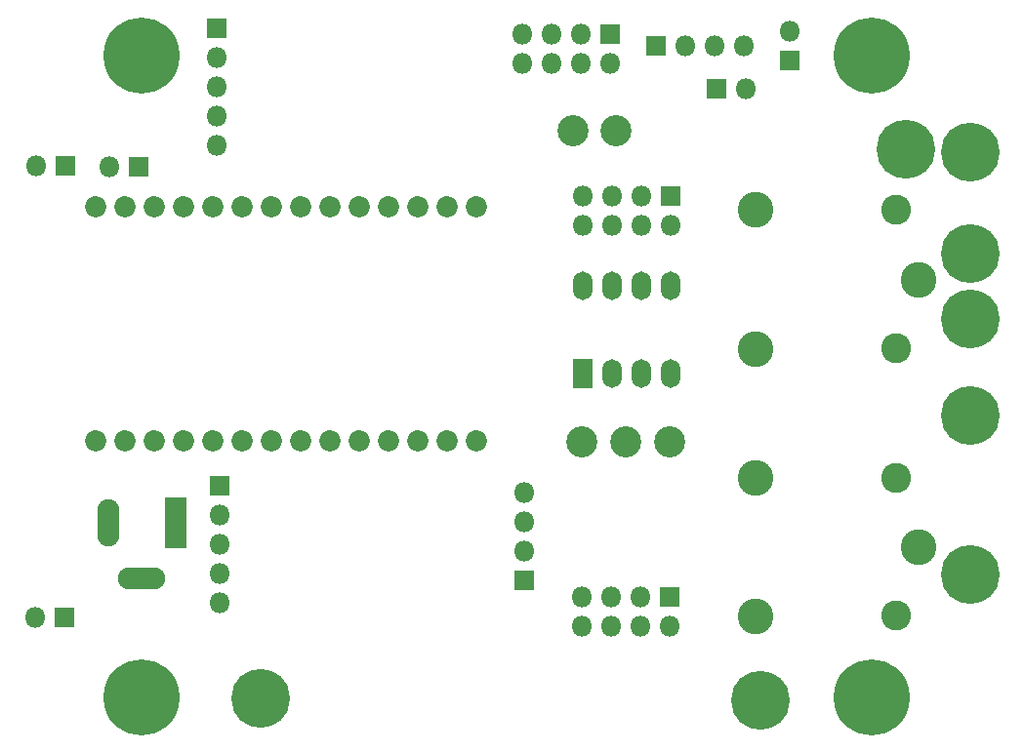
<source format=gbs>
%TF.GenerationSoftware,KiCad,Pcbnew,(5.1.6-0-10_14)*%
%TF.CreationDate,2022-11-25T22:13:13-06:00*%
%TF.ProjectId,mn_wild_siren,6d6e5f77-696c-4645-9f73-6972656e2e6b,rev?*%
%TF.SameCoordinates,Original*%
%TF.FileFunction,Soldermask,Bot*%
%TF.FilePolarity,Negative*%
%FSLAX46Y46*%
G04 Gerber Fmt 4.6, Leading zero omitted, Abs format (unit mm)*
G04 Created by KiCad (PCBNEW (5.1.6-0-10_14)) date 2022-11-25 22:13:13*
%MOMM*%
%LPD*%
G01*
G04 APERTURE LIST*
%ADD10C,2.700000*%
%ADD11C,5.100000*%
%ADD12O,1.800000X1.800000*%
%ADD13R,1.800000X1.800000*%
%ADD14C,3.100000*%
%ADD15C,2.600000*%
%ADD16O,1.700000X2.500000*%
%ADD17R,1.700000X2.500000*%
%ADD18R,1.900000X4.500000*%
%ADD19O,1.900000X4.100000*%
%ADD20O,4.100000X1.900000*%
%ADD21C,6.600000*%
%ADD22C,1.850000*%
G04 APERTURE END LIST*
D10*
X170736000Y-81937000D03*
D11*
X205232000Y-92646500D03*
D10*
X174416000Y-81907000D03*
D11*
X205168500Y-98298000D03*
X205232000Y-120459500D03*
X199600000Y-83566000D03*
X205232000Y-83820000D03*
X205232000Y-106680000D03*
X143610000Y-131240000D03*
X186974000Y-131358000D03*
D12*
X166370000Y-76089000D03*
X166370000Y-73549000D03*
X168910000Y-76089000D03*
X168910000Y-73549000D03*
X171450000Y-76089000D03*
X171450000Y-73549000D03*
X173990000Y-76089000D03*
D13*
X173990000Y-73549000D03*
D12*
X166480000Y-113390000D03*
X166480000Y-115930000D03*
X166480000Y-118470000D03*
D13*
X166480000Y-121010000D03*
D12*
X185540000Y-74540000D03*
X183000000Y-74540000D03*
X180460000Y-74540000D03*
D13*
X177920000Y-74540000D03*
D10*
X175298000Y-108966000D03*
X171488000Y-108966000D03*
X179108000Y-108966000D03*
D12*
X185680000Y-78330000D03*
D13*
X183140000Y-78330000D03*
D12*
X189510000Y-73300000D03*
D13*
X189510000Y-75840000D03*
D12*
X124140000Y-85010000D03*
D13*
X126680000Y-85010000D03*
D12*
X130530000Y-85090000D03*
D13*
X133070000Y-85090000D03*
D14*
X200723500Y-94869000D03*
D15*
X198773500Y-100819000D03*
D14*
X186523500Y-100869000D03*
X186573500Y-88819000D03*
D15*
X198773500Y-88819000D03*
D14*
X200723500Y-118110000D03*
D15*
X198773500Y-124060000D03*
D14*
X186523500Y-124110000D03*
X186573500Y-112060000D03*
D15*
X198773500Y-112060000D03*
D12*
X124050000Y-124190000D03*
D13*
X126590000Y-124190000D03*
D16*
X171580000Y-95410000D03*
X179200000Y-103030000D03*
X174120000Y-95410000D03*
X176660000Y-103030000D03*
X176660000Y-95410000D03*
X174120000Y-103030000D03*
X179200000Y-95410000D03*
D17*
X171580000Y-103030000D03*
D12*
X140086907Y-122936117D03*
X140086907Y-120396117D03*
X140086907Y-117856117D03*
X140086907Y-115316117D03*
D13*
X140086907Y-112776117D03*
D12*
X139855106Y-83225459D03*
X139855106Y-80685459D03*
X139855106Y-78145459D03*
X139855106Y-75605459D03*
D13*
X139855106Y-73065459D03*
D18*
X136273000Y-115973000D03*
D19*
X130473000Y-115973000D03*
D20*
X133273000Y-120773000D03*
D21*
X133334140Y-131099440D03*
X196654640Y-75403240D03*
X196654640Y-131089440D03*
X133334140Y-75403240D03*
D22*
X162360000Y-88540000D03*
X162360000Y-108860000D03*
X159820000Y-88540000D03*
X159820000Y-108860000D03*
X157280000Y-88540000D03*
X157280000Y-108860000D03*
X154740000Y-88540000D03*
X154740000Y-108860000D03*
X152200000Y-88540000D03*
X152200000Y-108860000D03*
X149660000Y-88540000D03*
X149660000Y-108860000D03*
X147120000Y-88540000D03*
X147120000Y-108860000D03*
X144580000Y-88540000D03*
X144580000Y-108860000D03*
X142040000Y-88540000D03*
X142040000Y-108860000D03*
X139500000Y-88540000D03*
X139500000Y-108860000D03*
X136960000Y-88540000D03*
X136960000Y-108860000D03*
X134420000Y-88540000D03*
X134420000Y-108860000D03*
X131880000Y-88540000D03*
X131880000Y-108860000D03*
X129340000Y-88540000D03*
X129340000Y-108860000D03*
D13*
X179140000Y-122400000D03*
D12*
X179140000Y-124940000D03*
X176600000Y-122400000D03*
X176600000Y-124940000D03*
X174060000Y-122400000D03*
X174060000Y-124940000D03*
X171520000Y-122400000D03*
X171520000Y-124940000D03*
D13*
X179170000Y-87620000D03*
D12*
X179170000Y-90160000D03*
X176630000Y-87620000D03*
X176630000Y-90160000D03*
X174090000Y-87620000D03*
X174090000Y-90160000D03*
X171550000Y-87620000D03*
X171550000Y-90160000D03*
M02*

</source>
